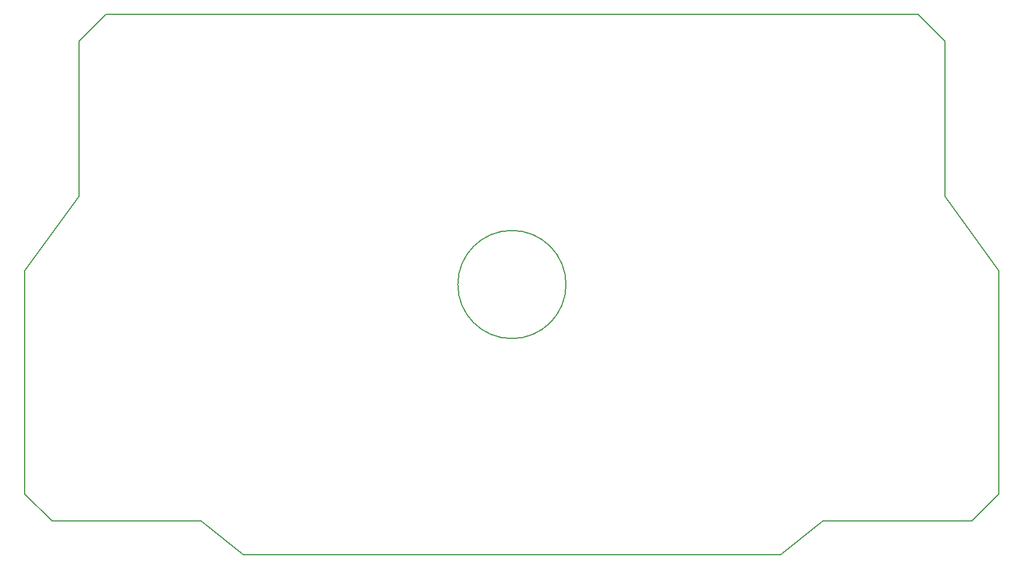
<source format=gbr>
G04 #@! TF.GenerationSoftware,KiCad,Pcbnew,5.1.9*
G04 #@! TF.CreationDate,2021-02-13T13:54:14+01:00*
G04 #@! TF.ProjectId,DVDLaserScanner,4456444c-6173-4657-9253-63616e6e6572,rev?*
G04 #@! TF.SameCoordinates,Original*
G04 #@! TF.FileFunction,Profile,NP*
%FSLAX46Y46*%
G04 Gerber Fmt 4.6, Leading zero omitted, Abs format (unit mm)*
G04 Created by KiCad (PCBNEW 5.1.9) date 2021-02-13 13:54:14*
%MOMM*%
%LPD*%
G01*
G04 APERTURE LIST*
G04 #@! TA.AperFunction,Profile*
%ADD10C,0.150000*%
G04 #@! TD*
G04 APERTURE END LIST*
D10*
X31000000Y-67000000D02*
X23000000Y-78000000D01*
X159000000Y-67000000D02*
X167000000Y-78000000D01*
X103000000Y-80000000D02*
G75*
G03*
X103000000Y-80000000I-8000000J0D01*
G01*
X134700000Y-120000000D02*
X55300000Y-120000000D01*
X167000000Y-111000000D02*
X163000000Y-115000000D01*
X23000000Y-111000000D02*
X27000000Y-115000000D01*
X31000000Y-44000000D02*
X35000000Y-40000000D01*
X159000000Y-44000000D02*
X155000000Y-40000000D01*
X49000000Y-115000000D02*
X55300000Y-120000000D01*
X27000000Y-115000000D02*
X49000000Y-115000000D01*
X23000000Y-78000000D02*
X23000000Y-111000000D01*
X31000000Y-44000000D02*
X31000000Y-67000000D01*
X141000000Y-115000000D02*
X134700000Y-120000000D01*
X163000000Y-115000000D02*
X141000000Y-115000000D01*
X167000000Y-78000000D02*
X167000000Y-111000000D01*
X159000000Y-44000000D02*
X159000000Y-67000000D01*
X35000000Y-40000000D02*
X155000000Y-40000000D01*
M02*

</source>
